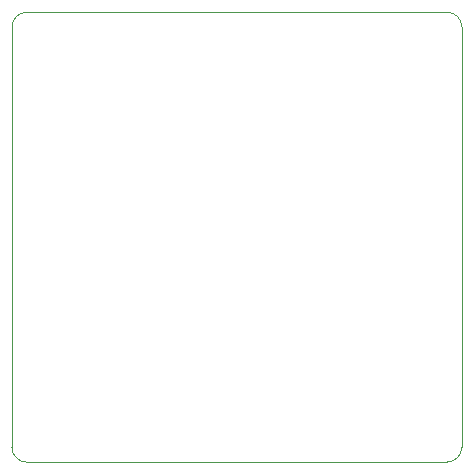
<source format=gbr>
%TF.GenerationSoftware,KiCad,Pcbnew,6.0.4-6f826c9f35~116~ubuntu20.04.1*%
%TF.CreationDate,2022-06-01T18:14:12+02:00*%
%TF.ProjectId,CursoKicad_CircularFab2022_1,43757273-6f4b-4696-9361-645f43697263,rev?*%
%TF.SameCoordinates,Original*%
%TF.FileFunction,Profile,NP*%
%FSLAX46Y46*%
G04 Gerber Fmt 4.6, Leading zero omitted, Abs format (unit mm)*
G04 Created by KiCad (PCBNEW 6.0.4-6f826c9f35~116~ubuntu20.04.1) date 2022-06-01 18:14:12*
%MOMM*%
%LPD*%
G01*
G04 APERTURE LIST*
%TA.AperFunction,Profile*%
%ADD10C,0.100000*%
%TD*%
G04 APERTURE END LIST*
D10*
X130810000Y-105410000D02*
G75*
G03*
X132080000Y-106680000I1270000J0D01*
G01*
X167640000Y-106680000D02*
G75*
G03*
X168910000Y-105410000I0J1270000D01*
G01*
X132080000Y-68580000D02*
G75*
G03*
X130810000Y-69850000I0J-1270000D01*
G01*
X168910000Y-69850000D02*
G75*
G03*
X167640000Y-68580000I-1270000J0D01*
G01*
X130810000Y-105410000D02*
X130810000Y-69850000D01*
X167640000Y-106680000D02*
X132080000Y-106680000D01*
X168910000Y-69850000D02*
X168910000Y-105410000D01*
X132080000Y-68580000D02*
X167640000Y-68580000D01*
M02*

</source>
